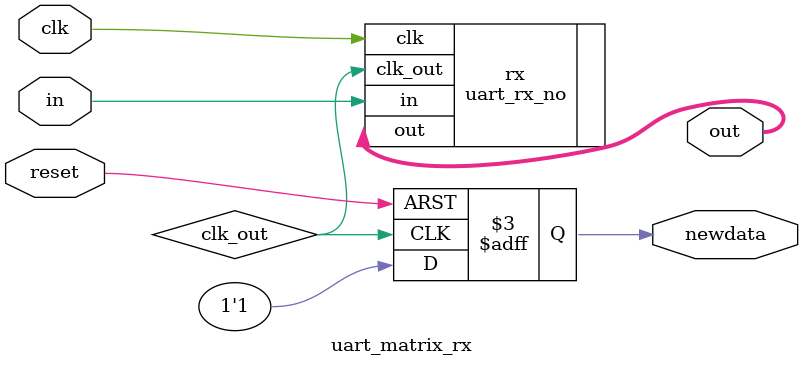
<source format=v>
`ifndef _uart_matrix_v_
`define _uart_matrix_v_


module uart_matrix (
	input wire clk,				// master clock 
	input wire [m-1:0] rx,
	input wire [n-1:0] lut_data,
	input wire [m-1:0] lut_addr,
	input wire lut_cke,
	output reg [7:0] tx,
	output reg [n-1:0] tx_cke,
	output wire clko
);

parameter m = 8;
parameter n = 8;
parameter [0:n*m-1] lut_default = 0;

assign clko = ~clk;		// clko

reg [$clog2(m-1):0] inc = 0;	// Input counter for round-robin operation

reg [n-1:0] lut [0:m-1];	// Matrix configuration LUT
genvar i;
generate
	for (i=1; i<m; i=i+1) initial lut[i] = lut_default[n*i:n*(i+1)-1];
endgenerate

// Input data stream receivers, with a twist
// Each must signal that new data is present.
// This is accomplished by the uart_rx wrapper
// defined in a separate module below.
wire [7:0] rx_out [0:m-1];
reg  [m-1:0] rx_reset;
wire [m-1:0] rx_newdata;

generate
	for (i=0; i<m; i=i+1)
	begin
		uart_matrix_rx rx_core (
			.clk(clk),
			.in(rx[i]),
			.out(rx_out[i]),
			.reset(rx_reset[i]),
			.newdata(rx_newdata[i])
		);
	end
endgenerate

//////////////

always @ (posedge clk)
begin
	// advance counter
	if (inc == m-1) inc <= 0;
	else inc <= inc + 1;

	// The action
	if (rx_newdata[inc]) begin
		tx <= rx_out[inc];
		tx_cke <= lut[inc];
		rx_reset <= 1'b1 << inc;
	end else begin
		tx_cke <= 0;
		rx_reset <= 0;
	end
end

always @ (negedge clk)
begin
	// LUT
	if (lut_cke) lut[lut_addr] <= lut_data;
end

endmodule

//
// uart_rx_no wrapper with new data signaling
//
`include "uart_rx.v"
module uart_matrix_rx (
	input wire clk,
	input wire in,
	output wire [7:0] out,
	input wire reset,
	output reg newdata = 0
);
	wire clk_out;
	uart_rx_no rx (
		.clk(clk),
		.in(in),
		.out(out),
		.clk_out(clk_out)
	);
	always @ (posedge clk_out, posedge reset)
	begin
		if (reset) newdata <= 0;
		else newdata <= 1;
	end
endmodule

`endif

</source>
